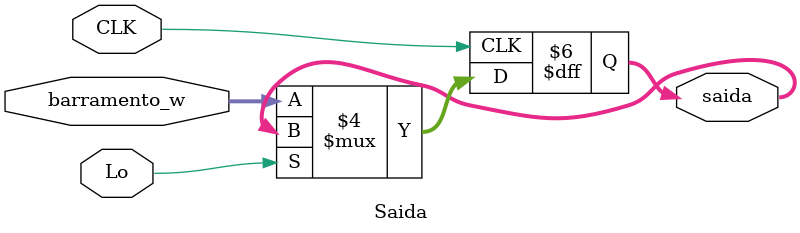
<source format=sv>
module Saida(
	input Lo,
	input CLK,
	input [7:0] barramento_w,
	output [7:0] saida
);

always_ff @(posedge CLK) begin
	if (!Lo) begin
		saida = barramento_w;
	end
end

endmodule

</source>
